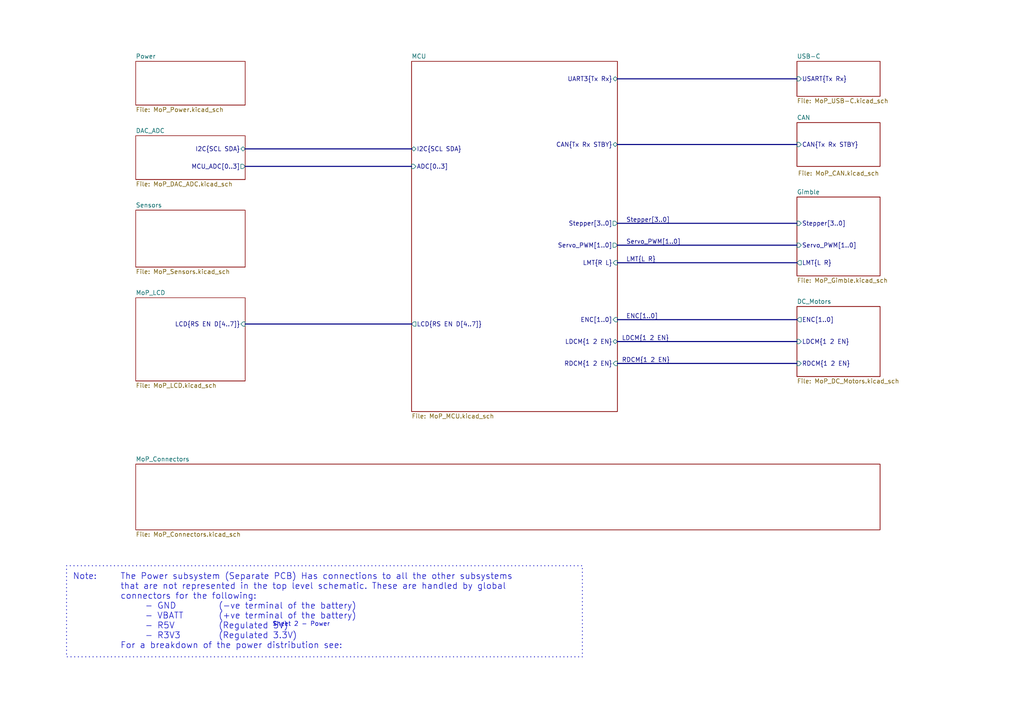
<source format=kicad_sch>
(kicad_sch
	(version 20231120)
	(generator "eeschema")
	(generator_version "8.0")
	(uuid "4d76798e-9a11-4d8d-a723-72f274a89091")
	(paper "A4")
	(title_block
		(title "MoP")
		(rev "4")
		(company "ESE - Conestoga")
	)
	(lib_symbols)
	(bus
		(pts
			(xy 71.12 93.98) (xy 119.38 93.98)
		)
		(stroke
			(width 0)
			(type default)
		)
		(uuid "0b1a3cc7-0fc4-4f54-9cdb-1582e9599961")
	)
	(bus
		(pts
			(xy 179.07 41.91) (xy 231.14 41.91)
		)
		(stroke
			(width 0)
			(type default)
		)
		(uuid "2cc70598-dc80-4fbe-b707-90625f03eb90")
	)
	(bus
		(pts
			(xy 179.07 64.77) (xy 231.14 64.77)
		)
		(stroke
			(width 0)
			(type default)
		)
		(uuid "4705ce7f-c756-4eb2-9239-e49018748f2b")
	)
	(bus
		(pts
			(xy 179.07 71.12) (xy 231.14 71.12)
		)
		(stroke
			(width 0)
			(type default)
		)
		(uuid "772a75ab-6f50-425a-ad66-7881ae13edcc")
	)
	(bus
		(pts
			(xy 179.07 76.2) (xy 231.14 76.2)
		)
		(stroke
			(width 0)
			(type default)
		)
		(uuid "83bb0d88-3ecf-40ca-a718-fb1fb27eb26e")
	)
	(bus
		(pts
			(xy 71.12 43.18) (xy 119.38 43.18)
		)
		(stroke
			(width 0)
			(type default)
		)
		(uuid "9b80de0a-b90e-448c-b615-89f7bc718b5f")
	)
	(bus
		(pts
			(xy 71.12 48.26) (xy 119.38 48.26)
		)
		(stroke
			(width 0)
			(type default)
		)
		(uuid "9f3c882f-5b47-41d5-9364-096d66e70e3e")
	)
	(bus
		(pts
			(xy 179.07 105.41) (xy 231.14 105.41)
		)
		(stroke
			(width 0)
			(type default)
		)
		(uuid "aad14650-d174-4f3d-ad2c-8896a3cb5e5d")
	)
	(bus
		(pts
			(xy 179.07 92.71) (xy 231.14 92.71)
		)
		(stroke
			(width 0)
			(type default)
		)
		(uuid "b6edd3f7-d0eb-4eb9-bbc3-072dc0e55d4f")
	)
	(bus
		(pts
			(xy 179.07 99.06) (xy 231.14 99.06)
		)
		(stroke
			(width 0)
			(type default)
		)
		(uuid "bad89c91-d95c-44e3-a250-4fbb745e7250")
	)
	(bus
		(pts
			(xy 179.07 22.86) (xy 231.14 22.86)
		)
		(stroke
			(width 0)
			(type default)
		)
		(uuid "c831107e-7ea7-4af0-abb4-28479f498b65")
	)
	(rectangle
		(start 19.304 164.084)
		(end 168.91 190.5)
		(stroke
			(width 0.254)
			(type dot)
		)
		(fill
			(type none)
		)
		(uuid 8357c522-4429-4ec4-b7f0-64e16092c8c2)
	)
	(text "Sheet 2 - Power"
		(exclude_from_sim no)
		(at 87.376 181.102 0)
		(effects
			(font
				(size 1.27 1.27)
			)
			(href "#2")
		)
		(uuid "2da3eb35-741c-42fc-bafd-83c745d4bda8")
	)
	(text "Note:	The Power subsystem (Separate PCB) Has connections to all the other subsystems\n		that are not represented in the top level schematic. These are handled by global\n		connectors for the following:\n			- GND		(-ve terminal of the battery)\n			- VBATT		(+ve terminal of the battery)\n			- R5V		(Regulated 5V)\n			- R3V3		(Regulated 3.3V)\n		For a breakdown of the power distribution see:"
		(exclude_from_sim no)
		(at 21.082 177.292 0)
		(effects
			(font
				(size 1.778 1.778)
			)
			(justify left)
		)
		(uuid "e37f5b46-8d9e-4b92-8fca-22328d5bdaa0")
	)
	(label "Servo_PWM[1..0]"
		(at 181.61 71.12 0)
		(fields_autoplaced yes)
		(effects
			(font
				(size 1.27 1.27)
			)
			(justify left bottom)
		)
		(uuid "25c6a5aa-d51d-401b-9987-67ec8f7d862e")
	)
	(label "LMT{L R}"
		(at 181.61 76.2 0)
		(fields_autoplaced yes)
		(effects
			(font
				(size 1.27 1.27)
			)
			(justify left bottom)
		)
		(uuid "561cbef6-04d7-4a16-a967-8de7499696dc")
	)
	(label "ENC[1..0]"
		(at 181.61 92.71 0)
		(fields_autoplaced yes)
		(effects
			(font
				(size 1.27 1.27)
			)
			(justify left bottom)
		)
		(uuid "85458468-68f2-410e-a3ef-4e4417d969fb")
	)
	(label "LDCM{1 2 EN}"
		(at 180.34 99.06 0)
		(fields_autoplaced yes)
		(effects
			(font
				(size 1.27 1.27)
			)
			(justify left bottom)
		)
		(uuid "9fc0a6c2-09f2-4ce1-a02b-8b07c70f7c00")
	)
	(label "Stepper[3..0]"
		(at 181.61 64.77 0)
		(fields_autoplaced yes)
		(effects
			(font
				(size 1.27 1.27)
			)
			(justify left bottom)
		)
		(uuid "b8b2c3e6-cc1e-4f6b-a528-83cc09fb1e58")
	)
	(label "RDCM{1 2 EN}"
		(at 180.34 105.41 0)
		(fields_autoplaced yes)
		(effects
			(font
				(size 1.27 1.27)
			)
			(justify left bottom)
		)
		(uuid "ee6e47e3-22e8-4399-ab11-eb2c2e4c7ec3")
	)
	(sheet
		(at 231.14 35.56)
		(size 24.13 12.7)
		(stroke
			(width 0.1524)
			(type solid)
		)
		(fill
			(color 0 0 0 0.0000)
		)
		(uuid "25fbd90b-9dc8-4814-b6c9-7fb5a2a8a262")
		(property "Sheetname" "CAN"
			(at 231.14 34.8484 0)
			(effects
				(font
					(size 1.27 1.27)
				)
				(justify left bottom)
			)
		)
		(property "Sheetfile" "MoP_CAN.kicad_sch"
			(at 231.394 49.53 0)
			(effects
				(font
					(size 1.27 1.27)
				)
				(justify left top)
			)
		)
		(pin "CAN{Tx Rx STBY}" input
			(at 231.14 41.91 180)
			(effects
				(font
					(size 1.27 1.27)
				)
				(justify left)
			)
			(uuid "db9152fc-130d-4324-b4ec-88ef77e434b8")
		)
		(instances
			(project "MoP"
				(path "/4d76798e-9a11-4d8d-a723-72f274a89091"
					(page "7")
				)
			)
		)
	)
	(sheet
		(at 231.14 88.9)
		(size 24.13 20.32)
		(fields_autoplaced yes)
		(stroke
			(width 0.1524)
			(type solid)
		)
		(fill
			(color 0 0 0 0.0000)
		)
		(uuid "35a0f4f1-9888-4ee1-94e1-e8485c96600c")
		(property "Sheetname" "DC_Motors"
			(at 231.14 88.1884 0)
			(effects
				(font
					(size 1.27 1.27)
				)
				(justify left bottom)
			)
		)
		(property "Sheetfile" "MoP_DC_Motors.kicad_sch"
			(at 231.14 109.8046 0)
			(effects
				(font
					(size 1.27 1.27)
				)
				(justify left top)
			)
		)
		(property "Field2" ""
			(at 231.14 88.9 0)
			(effects
				(font
					(size 1.27 1.27)
				)
				(hide yes)
			)
		)
		(pin "LDCM{1 2 EN}" input
			(at 231.14 99.06 180)
			(effects
				(font
					(size 1.27 1.27)
				)
				(justify left)
			)
			(uuid "cc005db1-8f72-48bb-a1e9-ff7e6b0e85d7")
		)
		(pin "RDCM{1 2 EN}" input
			(at 231.14 105.41 180)
			(effects
				(font
					(size 1.27 1.27)
				)
				(justify left)
			)
			(uuid "4e27d791-cd2f-4eca-a26e-4b129511dc9c")
		)
		(pin "ENC[1..0]" output
			(at 231.14 92.71 180)
			(effects
				(font
					(size 1.27 1.27)
				)
				(justify left)
			)
			(uuid "a49a122c-191e-41dd-b411-fd37ae18d0ab")
		)
		(instances
			(project "MoP"
				(path "/4d76798e-9a11-4d8d-a723-72f274a89091"
					(page "5")
				)
			)
		)
	)
	(sheet
		(at 39.37 17.78)
		(size 31.75 12.7)
		(fields_autoplaced yes)
		(stroke
			(width 0.1524)
			(type solid)
		)
		(fill
			(color 0 0 0 0.0000)
		)
		(uuid "4d057ef5-80c0-465a-b107-65508e007bbf")
		(property "Sheetname" "Power"
			(at 39.37 17.0684 0)
			(effects
				(font
					(size 1.27 1.27)
				)
				(justify left bottom)
			)
		)
		(property "Sheetfile" "MoP_Power.kicad_sch"
			(at 39.37 31.0646 0)
			(effects
				(font
					(size 1.27 1.27)
				)
				(justify left top)
			)
		)
		(instances
			(project "MoP"
				(path "/4d76798e-9a11-4d8d-a723-72f274a89091"
					(page "2")
				)
			)
		)
	)
	(sheet
		(at 231.14 17.78)
		(size 24.13 10.16)
		(fields_autoplaced yes)
		(stroke
			(width 0.1524)
			(type solid)
		)
		(fill
			(color 0 0 0 0.0000)
		)
		(uuid "63f46eb8-407d-4e29-86cd-16d2149e2636")
		(property "Sheetname" "USB-C"
			(at 231.14 17.0684 0)
			(effects
				(font
					(size 1.27 1.27)
				)
				(justify left bottom)
			)
		)
		(property "Sheetfile" "MoP_USB-C.kicad_sch"
			(at 231.14 28.5246 0)
			(effects
				(font
					(size 1.27 1.27)
				)
				(justify left top)
			)
		)
		(pin "USART{Tx Rx}" input
			(at 231.14 22.86 180)
			(effects
				(font
					(size 1.27 1.27)
				)
				(justify left)
			)
			(uuid "9facac7e-efc9-443e-9e5b-31ea4836d5ea")
		)
		(instances
			(project "MoP"
				(path "/4d76798e-9a11-4d8d-a723-72f274a89091"
					(page "6")
				)
			)
		)
	)
	(sheet
		(at 39.37 134.62)
		(size 215.9 19.05)
		(fields_autoplaced yes)
		(stroke
			(width 0.1524)
			(type solid)
		)
		(fill
			(color 0 0 0 0.0000)
		)
		(uuid "66fadfde-b926-4c46-9708-f37e1f1905e9")
		(property "Sheetname" "MoP_Connectors"
			(at 39.37 133.9084 0)
			(effects
				(font
					(size 1.27 1.27)
				)
				(justify left bottom)
			)
		)
		(property "Sheetfile" "MoP_Connectors.kicad_sch"
			(at 39.37 154.2546 0)
			(effects
				(font
					(size 1.27 1.27)
				)
				(justify left top)
			)
		)
		(instances
			(project "MoP"
				(path "/4d76798e-9a11-4d8d-a723-72f274a89091"
					(page "11")
				)
			)
		)
	)
	(sheet
		(at 39.37 39.37)
		(size 31.75 12.7)
		(fields_autoplaced yes)
		(stroke
			(width 0.1524)
			(type solid)
		)
		(fill
			(color 0 0 0 0.0000)
		)
		(uuid "6a166328-b4f8-4957-9253-71d3eae4309f")
		(property "Sheetname" "DAC_ADC"
			(at 39.37 38.6584 0)
			(effects
				(font
					(size 1.27 1.27)
				)
				(justify left bottom)
			)
		)
		(property "Sheetfile" "MoP_DAC_ADC.kicad_sch"
			(at 39.37 52.6546 0)
			(effects
				(font
					(size 1.27 1.27)
				)
				(justify left top)
			)
		)
		(pin "I2C{SCL SDA}" bidirectional
			(at 71.12 43.18 0)
			(effects
				(font
					(size 1.27 1.27)
				)
				(justify right)
			)
			(uuid "51daa7df-8fee-4d5c-828d-4377db6c81b8")
		)
		(pin "MCU_ADC[0..3]" output
			(at 71.12 48.26 0)
			(effects
				(font
					(size 1.27 1.27)
				)
				(justify right)
			)
			(uuid "f93638f5-9f62-446c-8306-e89a469d6b47")
		)
		(instances
			(project "MoP"
				(path "/4d76798e-9a11-4d8d-a723-72f274a89091"
					(page "8")
				)
			)
		)
	)
	(sheet
		(at 119.38 17.78)
		(size 59.69 101.6)
		(fields_autoplaced yes)
		(stroke
			(width 0.1524)
			(type solid)
		)
		(fill
			(color 0 0 0 0.0000)
		)
		(uuid "776889f8-2577-4d11-8ed0-968f1ffe11b5")
		(property "Sheetname" "MCU"
			(at 119.38 17.0684 0)
			(effects
				(font
					(size 1.27 1.27)
				)
				(justify left bottom)
			)
		)
		(property "Sheetfile" "MoP_MCU.kicad_sch"
			(at 119.38 119.9646 0)
			(effects
				(font
					(size 1.27 1.27)
				)
				(justify left top)
			)
		)
		(pin "ENC[1..0]" input
			(at 179.07 92.71 0)
			(effects
				(font
					(size 1.27 1.27)
				)
				(justify right)
			)
			(uuid "8db05b7d-6abf-4d6b-9110-a6c08260ce16")
		)
		(pin "RDCM{1 2 EN}" input
			(at 179.07 105.41 0)
			(effects
				(font
					(size 1.27 1.27)
				)
				(justify right)
			)
			(uuid "0e9374c1-6c9a-4253-a3c9-0638dc5d39df")
		)
		(pin "LDCM{1 2 EN}" bidirectional
			(at 179.07 99.06 0)
			(effects
				(font
					(size 1.27 1.27)
				)
				(justify right)
			)
			(uuid "237fdcea-13f2-4e80-8c34-cde8ae4781a4")
		)
		(pin "Servo_PWM[1..0]" output
			(at 179.07 71.12 0)
			(effects
				(font
					(size 1.27 1.27)
				)
				(justify right)
			)
			(uuid "0e6e4f6b-f9d4-4eb4-89fc-074f9b8e8513")
		)
		(pin "LMT{R L}" input
			(at 179.07 76.2 0)
			(effects
				(font
					(size 1.27 1.27)
				)
				(justify right)
			)
			(uuid "a9df4c9f-b3bd-4ff4-a550-5fd4e0e84d07")
		)
		(pin "Stepper[3..0]" output
			(at 179.07 64.77 0)
			(effects
				(font
					(size 1.27 1.27)
				)
				(justify right)
			)
			(uuid "556a0ad7-0230-4832-b2a9-c0414209621c")
		)
		(pin "LCD{RS EN D[4..7]}" output
			(at 119.38 93.98 180)
			(effects
				(font
					(size 1.27 1.27)
				)
				(justify left)
			)
			(uuid "60b40467-af44-4550-bf47-cfd1223ac889")
		)
		(pin "CAN{Tx Rx STBY}" bidirectional
			(at 179.07 41.91 0)
			(effects
				(font
					(size 1.27 1.27)
				)
				(justify right)
			)
			(uuid "37b55652-32d9-4f5f-b1f8-4da9e81da1e7")
		)
		(pin "UART3{Tx Rx}" bidirectional
			(at 179.07 22.86 0)
			(effects
				(font
					(size 1.27 1.27)
				)
				(justify right)
			)
			(uuid "fa038ee7-d426-4511-ae8b-8a5db0647c4a")
		)
		(pin "I2C{SCL SDA}" bidirectional
			(at 119.38 43.18 180)
			(effects
				(font
					(size 1.27 1.27)
				)
				(justify left)
			)
			(uuid "4c9504d0-3e70-4595-aff9-b373256a66be")
		)
		(pin "ADC[0..3]" input
			(at 119.38 48.26 180)
			(effects
				(font
					(size 1.27 1.27)
				)
				(justify left)
			)
			(uuid "6ca98938-ee08-44a8-91ea-2d697f42ba6d")
		)
		(instances
			(project "MoP"
				(path "/4d76798e-9a11-4d8d-a723-72f274a89091"
					(page "12")
				)
			)
		)
	)
	(sheet
		(at 39.37 60.96)
		(size 31.75 16.51)
		(fields_autoplaced yes)
		(stroke
			(width 0.1524)
			(type solid)
		)
		(fill
			(color 0 0 0 0.0000)
		)
		(uuid "8a4ac2ac-d73a-4dc3-ad5e-bbfa10e3315f")
		(property "Sheetname" "Sensors"
			(at 39.37 60.2484 0)
			(effects
				(font
					(size 1.27 1.27)
				)
				(justify left bottom)
			)
		)
		(property "Sheetfile" "MoP_Sensors.kicad_sch"
			(at 39.37 78.0546 0)
			(effects
				(font
					(size 1.27 1.27)
				)
				(justify left top)
			)
		)
		(instances
			(project "MoP"
				(path "/4d76798e-9a11-4d8d-a723-72f274a89091"
					(page "9")
				)
			)
		)
	)
	(sheet
		(at 231.14 57.15)
		(size 24.13 22.86)
		(fields_autoplaced yes)
		(stroke
			(width 0.1524)
			(type solid)
		)
		(fill
			(color 0 0 0 0.0000)
		)
		(uuid "ae2123db-e8af-4be5-b4d9-fa1dc199daa4")
		(property "Sheetname" "Gimble"
			(at 231.14 56.4384 0)
			(effects
				(font
					(size 1.27 1.27)
				)
				(justify left bottom)
			)
		)
		(property "Sheetfile" "MoP_Gimble.kicad_sch"
			(at 231.14 80.5946 0)
			(effects
				(font
					(size 1.27 1.27)
				)
				(justify left top)
			)
		)
		(pin "Servo_PWM[1..0]" input
			(at 231.14 71.12 180)
			(effects
				(font
					(size 1.27 1.27)
				)
				(justify left)
			)
			(uuid "7532f7e0-ac32-45c6-8eee-4659c22ab11b")
		)
		(pin "LMT{L R}" output
			(at 231.14 76.2 180)
			(effects
				(font
					(size 1.27 1.27)
				)
				(justify left)
			)
			(uuid "ac87ae99-4525-4a47-b3ec-db4cac401c8a")
		)
		(pin "Stepper[3..0]" input
			(at 231.14 64.77 180)
			(effects
				(font
					(size 1.27 1.27)
				)
				(justify left)
			)
			(uuid "651ef2fc-3964-44fe-beaa-fa60b6ade2a3")
		)
		(instances
			(project "MoP"
				(path "/4d76798e-9a11-4d8d-a723-72f274a89091"
					(page "4")
				)
			)
		)
	)
	(sheet
		(at 39.37 86.36)
		(size 31.75 24.13)
		(fields_autoplaced yes)
		(stroke
			(width 0.1524)
			(type solid)
		)
		(fill
			(color 0 0 0 0.0000)
		)
		(uuid "d35d25c1-d5ff-4296-8cd7-8485bcc0a02c")
		(property "Sheetname" "MoP_LCD"
			(at 39.37 85.6484 0)
			(effects
				(font
					(size 1.27 1.27)
				)
				(justify left bottom)
			)
		)
		(property "Sheetfile" "MoP_LCD.kicad_sch"
			(at 39.37 111.0746 0)
			(effects
				(font
					(size 1.27 1.27)
				)
				(justify left top)
			)
		)
		(pin "LCD{RS EN D[4..7]}" input
			(at 71.12 93.98 0)
			(effects
				(font
					(size 1.27 1.27)
				)
				(justify right)
			)
			(uuid "84199111-3440-481d-b27a-412bd5ca5576")
		)
		(instances
			(project "MoP"
				(path "/4d76798e-9a11-4d8d-a723-72f274a89091"
					(page "10")
				)
			)
		)
	)
	(sheet_instances
		(path "/"
			(page "1")
		)
	)
)

</source>
